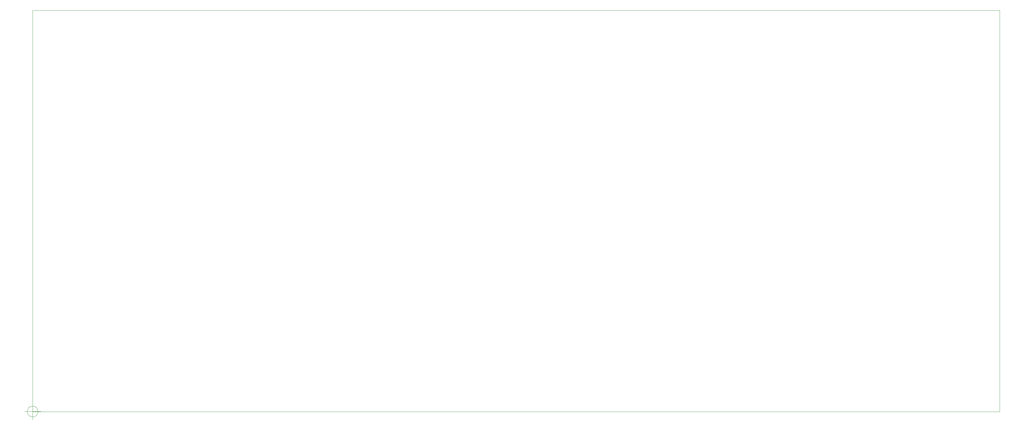
<source format=gm1>
G04 #@! TF.GenerationSoftware,KiCad,Pcbnew,(6.0.7)*
G04 #@! TF.CreationDate,2022-09-06T07:39:15-07:00*
G04 #@! TF.ProjectId,60 Percent Keyboard Ardiuno Micro,36302050-6572-4636-956e-74204b657962,rev?*
G04 #@! TF.SameCoordinates,Original*
G04 #@! TF.FileFunction,Profile,NP*
%FSLAX46Y46*%
G04 Gerber Fmt 4.6, Leading zero omitted, Abs format (unit mm)*
G04 Created by KiCad (PCBNEW (6.0.7)) date 2022-09-06 07:39:15*
%MOMM*%
%LPD*%
G01*
G04 APERTURE LIST*
G04 #@! TA.AperFunction,Profile*
%ADD10C,0.100000*%
G04 #@! TD*
G04 APERTURE END LIST*
D10*
X297900000Y-338230000D02*
X-1200000Y-338230000D01*
X-1200000Y-338230000D02*
X-1200000Y-214000000D01*
X-1200000Y-214000000D02*
X297900000Y-214000000D01*
X297900000Y-214000000D02*
X297900000Y-338230000D01*
X466666Y-338200000D02*
G75*
G03*
X466666Y-338200000I-1666666J0D01*
G01*
X-3700000Y-338200000D02*
X1300000Y-338200000D01*
X-1200000Y-335700000D02*
X-1200000Y-340700000D01*
M02*

</source>
